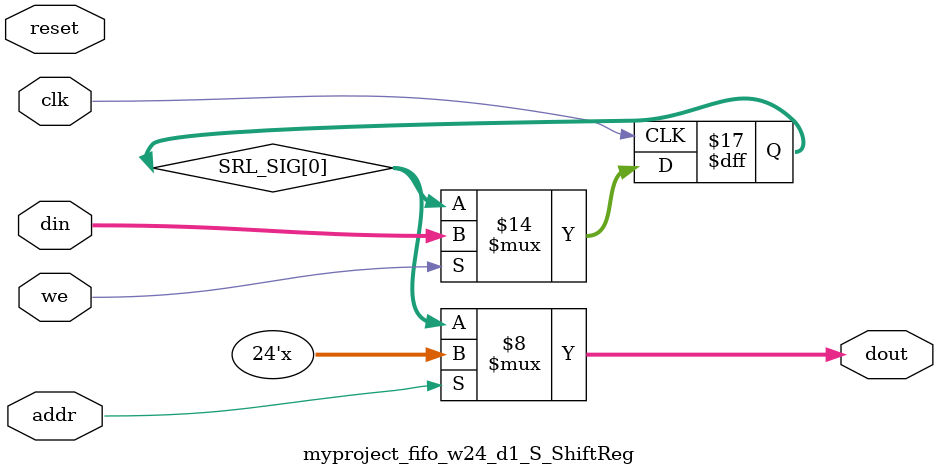
<source format=v>

`timescale 1ns/1ps

module myproject_fifo_w24_d1_S
#(parameter
    MEM_STYLE    = "shiftReg",
    DATA_WIDTH   = 24,
    ADDR_WIDTH   = 1,
    DEPTH        = 1)
(
    // system signal
    input  wire                  clk,
    input  wire                  reset,

    // write
    output wire                  if_full_n,
    input  wire                  if_write_ce,
    input  wire                  if_write,
    input  wire [DATA_WIDTH-1:0] if_din,
    
    // read 
    output wire [ADDR_WIDTH:0]   if_num_data_valid, // for FRP
    output wire [ADDR_WIDTH:0]   if_fifo_cap,       // for FRP

    output wire                  if_empty_n,
    input  wire                  if_read_ce,
    input  wire                  if_read,
    output wire [DATA_WIDTH-1:0] if_dout
);
//------------------------Parameter----------------------

//------------------------Local signal-------------------
    wire [ADDR_WIDTH-1:0] addr;
    wire                  push;
    wire                  pop;
    reg signed [ADDR_WIDTH:0] mOutPtr;
    reg                   empty_n = 1'b0;
    reg                   full_n = 1'b1; 
    // has num_data_valid? 
    reg  [ADDR_WIDTH:0]   num_data_valid; //yes 
//------------------------Instantiation------------------
    myproject_fifo_w24_d1_S_ShiftReg 
    #(  .DATA_WIDTH (DATA_WIDTH),
        .ADDR_WIDTH (ADDR_WIDTH),
        .DEPTH      (DEPTH))
    U_myproject_fifo_w24_d1_S_ShiftReg (
        .clk        (clk),
        .we         (push),
        .addr       (addr),
        .din        (if_din),
        .dout       (if_dout)
    );
//------------------------Task and function--------------

//------------------------Body---------------------------
    // num_data_valid 
    assign if_num_data_valid = num_data_valid;
    assign if_fifo_cap       = DEPTH;

    // almost full/empty 

    // program full/empty 

    assign if_full_n  = full_n; 
    assign if_empty_n = empty_n;

    assign push       = full_n & if_write_ce & if_write;
    assign pop        = empty_n & if_read_ce & if_read;

    assign addr       = mOutPtr[ADDR_WIDTH] == 1'b0 ? mOutPtr[ADDR_WIDTH-1:0] : {ADDR_WIDTH{1'b0}};

    // mOutPtr
    always @(posedge clk) begin
        if (reset)
            mOutPtr <= {ADDR_WIDTH+1{1'b1}};
        else if (push & ~pop)
            mOutPtr <= mOutPtr + 1'b1;
        else if (~push & pop)
            mOutPtr <= mOutPtr - 1'b1;
    end

    // full_n
    always @(posedge clk) begin
        if (reset)
            full_n <= 1'b1;
        else if ((push & ~pop) && (mOutPtr == DEPTH - 2))
            full_n <= 1'b0;
        else if (~push & pop)
            full_n <= 1'b1;
    end

    // empty_n
    always @(posedge clk) begin
        if (reset)
            empty_n <= 1'b0;
        else if (push & ~pop)
            empty_n <= 1'b1;
        else if ((~push & pop) && (mOutPtr == 0))
            empty_n <= 1'b0;
    end

    // almost_full_n 

    // almost_empty_n 

    // prog_full_n 
 
    // prog_empty_n 

    // num_data_valid 
    always @(posedge clk) begin
        if (reset)
            num_data_valid <= {ADDR_WIDTH+1{1'b0}};
        else if ( push & ~pop)
            num_data_valid <= num_data_valid + 1;
        else if (~push & pop)
            num_data_valid <= num_data_valid - 1;
    end // 

endmodule  


module myproject_fifo_w24_d1_S_ShiftReg
#(parameter
    DATA_WIDTH  = 24,
    ADDR_WIDTH  = 1,
    DEPTH       = 1)
(
    input  wire                  clk,
    input  wire                  reset,
    input  wire                  we,
    input  wire [ADDR_WIDTH-1:0] addr,
    input  wire [DATA_WIDTH-1:0] din,
    output wire [DATA_WIDTH-1:0] dout
);

    reg [DATA_WIDTH-1:0] SRL_SIG [0:DEPTH-1];
    integer i;

    always @ (posedge clk) begin
        if (we) begin
            for (i=0; i<DEPTH-1; i=i+1)
                SRL_SIG[i+1] <= SRL_SIG[i];
            SRL_SIG[0] <= din;
        end
    end

    assign dout = SRL_SIG[addr];

endmodule
</source>
